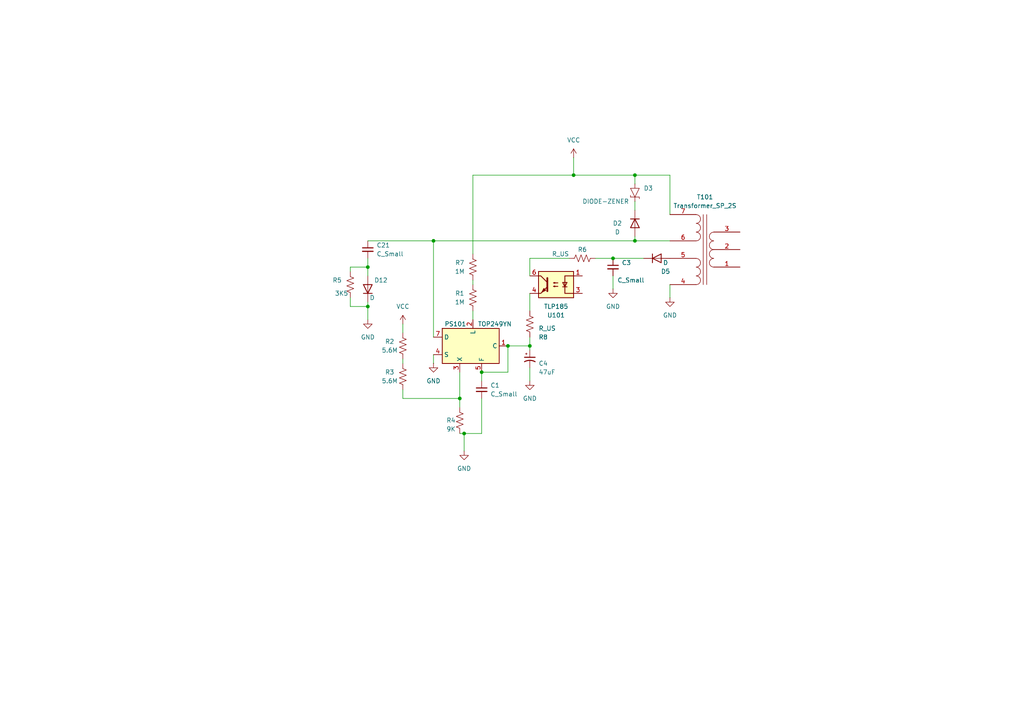
<source format=kicad_sch>
(kicad_sch (version 20231120) (generator "eeschema") (generator_version "8.0")
  (paper "A4")
  (lib_symbols
    (symbol "Device:C_Polarized_Small_US" (pin_numbers hide) (pin_names (offset 0.254) hide)
      (property "Reference" "C" (at 0.254 1.778 0))
      (property "Value" "C_Polarized_Small_US" (at 0.254 -2.032 0))
      (symbol "C_Polarized_Small_US_0_1"
        (polyline (pts (xy -1.524 0.508) (xy 1.524 0.508)) (stroke (width 0.3048)))
        (polyline (pts (xy -1.27 1.524) (xy -0.762 1.524)))
        (polyline (pts (xy -1.016 1.27) (xy -1.016 1.778)))
        (arc (start 1.524 -0.762) (mid 0 -0.3734) (end -1.524 -0.762) (stroke (width 0.3048)))
      )
      (symbol "C_Polarized_Small_US_1_1"
        (pin passive line (at 0 2.54 270) (length 2.032) (name "~") (number "1"))
        (pin passive line (at 0 -2.54 90) (length 2.032) (name "~") (number "2"))
      )
    )
    (symbol "Device:C_Small" (pin_numbers hide) (pin_names (offset 0.254) hide)
      (property "Reference" "C" (at 0.254 1.778 0))
      (property "Value" "C_Small" (at 0.254 -2.032 0))
      (symbol "C_Small_0_1"
        (polyline (pts (xy -1.524 -0.508) (xy 1.524 -0.508)) (stroke (width 0.3302)))
        (polyline (pts (xy -1.524 0.508) (xy 1.524 0.508)) (stroke (width 0.3048)))
      )
      (symbol "C_Small_1_1"
        (pin passive line (at 0 2.54 270) (length 2.032) (name "~") (number "1"))
        (pin passive line (at 0 -2.54 90) (length 2.032) (name "~") (number "2"))
      )
    )
    (symbol "Device:D" (pin_numbers hide) (pin_names (offset 1.016) hide)
      (property "Reference" "D" (at 0 2.54 0))
      (property "Value" "D" (at 0 -2.54 0))
      (symbol "D_0_1"
        (polyline (pts (xy -1.27 1.27) (xy -1.27 -1.27)) (stroke (width 0.254)))
        (polyline (pts (xy 1.27 0) (xy -1.27 0)))
        (polyline (pts (xy 1.27 1.27) (xy 1.27 -1.27) (xy -1.27 0) (xy 1.27 1.27)) (stroke (width 0.254)))
      )
      (symbol "D_1_1"
        (pin passive line (at -3.81 0 0) (length 2.54) (name "K") (number "1"))
        (pin passive line (at 3.81 0 180) (length 2.54) (name "A") (number "2"))
      )
    )
    (symbol "Device:R_US" (pin_numbers hide) (pin_names (offset 0))
      (property "Reference" "R" (at 2.54 0 90))
      (property "Value" "R_US" (at -2.54 0 90))
      (symbol "R_US_0_1"
        (polyline (pts (xy 0 -2.286) (xy 0 -2.54)))
        (polyline (pts (xy 0 2.286) (xy 0 2.54)))
        (polyline (pts (xy 0 -0.762) (xy 1.016 -1.143) (xy 0 -1.524) (xy -1.016 -1.905) (xy 0 -2.286)))
        (polyline (pts (xy 0 0.762) (xy 1.016 0.381) (xy 0 0) (xy -1.016 -0.381) (xy 0 -0.762)))
        (polyline (pts (xy 0 2.286) (xy 1.016 1.905) (xy 0 1.524) (xy -1.016 1.143) (xy 0 0.762)))
      )
      (symbol "R_US_1_1"
        (pin passive line (at 0 3.81 270) (length 1.27) (name "~") (number "1"))
        (pin passive line (at 0 -3.81 90) (length 1.27) (name "~") (number "2"))
      )
    )
    (symbol "Device:Transformer_SP_2S" (pin_names (offset 1.016) hide)
      (property "Reference" "T" (at 0 12.7 0))
      (property "Value" "Transformer_SP_2S" (at 0 -12.7 0))
      (symbol "Transformer_SP_2S_0_1"
        (arc (start -2.54 -5.0546) (mid -1.6599 -4.6901) (end -1.27 -3.81))
        (arc (start -2.54 -2.5146) (mid -1.6599 -2.1501) (end -1.27 -1.27))
        (arc (start -2.54 0.0254) (mid -1.6599 0.3899) (end -1.27 1.27))
        (arc (start -2.54 2.5654) (mid -1.6599 2.9299) (end -1.27 3.81))
        (arc (start -1.27 -3.81) (mid -1.642 -2.912) (end -2.54 -2.54))
        (arc (start -1.27 -1.27) (mid -1.642 -0.372) (end -2.54 0))
        (arc (start -1.27 1.27) (mid -1.642 2.168) (end -2.54 2.54))
        (arc (start -1.27 3.81) (mid -1.642 4.708) (end -2.54 5.08))
        (polyline (pts (xy -0.508 -10.16) (xy -0.508 10.16)))
        (polyline (pts (xy 0.508 10.16) (xy 0.508 -10.16)))
        (arc (start 1.2954 -8.89) (mid 1.6599 -9.7701) (end 2.54 -10.1346))
        (arc (start 1.2954 -6.35) (mid 1.6599 -7.2301) (end 2.54 -7.5946))
        (arc (start 1.2954 -3.81) (mid 1.6599 -4.6901) (end 2.54 -5.0546))
        (arc (start 1.2954 3.81) (mid 1.6599 2.9299) (end 2.54 2.5654))
        (arc (start 1.2954 6.35) (mid 1.6599 5.4699) (end 2.54 5.1054))
        (arc (start 1.2954 8.89) (mid 1.6599 8.0099) (end 2.54 7.6454))
        (arc (start 2.54 -7.62) (mid 1.642 -7.992) (end 1.2954 -8.89))
        (arc (start 2.54 -5.08) (mid 1.642 -5.452) (end 1.2954 -6.35))
        (arc (start 2.54 -2.54) (mid 1.642 -2.912) (end 1.2954 -3.81))
        (arc (start 2.54 5.08) (mid 1.642 4.708) (end 1.2954 3.81))
        (arc (start 2.54 7.62) (mid 1.642 7.248) (end 1.2954 6.35))
        (arc (start 2.54 10.16) (mid 1.642 9.788) (end 1.2954 8.89))
      )
      (symbol "Transformer_SP_2S_1_1"
        (pin passive line (at -10.16 5.08 0) (length 7.62) (name "IN+") (number "1"))
        (pin passive line (at -10.16 0 0) (length 7.62) (name "PM") (number "2"))
        (pin passive line (at -10.16 -5.08 0) (length 7.62) (name "IN-") (number "3"))
        (pin passive line (at 10.16 10.16 180) (length 7.62) (name "OUT1A") (number "4"))
        (pin passive line (at 10.16 2.54 180) (length 7.62) (name "OUT1B") (number "5"))
        (pin passive line (at 10.16 -2.54 180) (length 7.62) (name "OUT2A") (number "6"))
        (pin passive line (at 10.16 -10.16 180) (length 7.62) (name "OUT2B") (number "7"))
      )
    )
    (symbol "Isolator:TLP185"
      (property "Reference" "U" (at -5.08 5.08 0))
      (property "Value" "TLP185" (at -5.08 -5.08 0))
      (symbol "TLP185_0_1"
        (rectangle (start -5.08 3.81) (end 5.08 -3.81) (stroke (width 0.254)) (fill (type background)))
        (polyline (pts (xy -3.175 -0.635) (xy -1.905 -0.635)) (stroke (width 0.254)))
        (polyline (pts (xy 2.54 1.905) (xy 2.54 -1.905) (xy 2.54 -1.905)) (stroke (width 0.508)))
        (polyline (pts (xy 5.08 -2.54) (xy 4.445 -2.54) (xy 2.54 -0.635)) (stroke (width 0.254)))
        (polyline (pts (xy 5.08 2.54) (xy 4.445 2.54) (xy 2.54 0.635)) (stroke (width 0.254)))
        (polyline (pts (xy -5.08 -2.54) (xy -2.54 -2.54) (xy -2.54 2.54) (xy -5.08 2.54)) (stroke (width 0.254)))
        (polyline (pts (xy -2.54 -0.635) (xy -3.175 0.635) (xy -1.905 0.635) (xy -2.54 -0.635)) (stroke (width 0.254)))
        (polyline (pts (xy -0.508 -0.508) (xy 0.762 -0.508) (xy 0.381 -0.635) (xy 0.381 -0.381) (xy 0.762 -0.508)) (stroke (width 0.254)))
        (polyline (pts (xy -0.508 0.508) (xy 0.762 0.508) (xy 0.381 0.381) (xy 0.381 0.635) (xy 0.762 0.508)) (stroke (width 0.254)))
        (polyline (pts (xy 3.048 -1.651) (xy 3.556 -1.143) (xy 4.064 -2.159) (xy 3.048 -1.651) (xy 3.048 -1.651)) (stroke (width 0.254)) (fill (type outline)))
      )
      (symbol "TLP185_1_1"
        (pin passive line (at -7.62 2.54 0) (length 2.54) (name "~") (number "1"))
        (pin passive line (at -7.62 -2.54 0) (length 2.54) (name "~") (number "3"))
        (pin passive line (at 7.62 -2.54 180) (length 2.54) (name "~") (number "4"))
        (pin passive line (at 7.62 2.54 180) (length 2.54) (name "~") (number "6"))
      )
    )
    (symbol "Local_symbols:TOP249YN"
      (property "Reference" "PS" (at 2.54 10.16 0))
      (property "Value" "TOP249YN" (at 2.54 7.62 0))
      (symbol "TOP249YN_1_1"
        (rectangle (start -8.89 5.08) (end 7.62 -5.08) (stroke (width 0.254)) (fill (type background)))
        (pin passive line (at 10.16 0 180) (length 2.54) (name "C") (number "1"))
        (pin passive line (at 0 7.62 270) (length 2.54) (name "L") (number "2"))
        (pin passive line (at -3.81 -7.62 90) (length 2.54) (name "X") (number "3"))
        (pin passive line (at -11.43 -2.54 0) (length 2.54) (name "S") (number "4"))
        (pin passive line (at 2.54 -7.62 90) (length 2.54) (name "F") (number "5"))
        (pin passive line (at -11.43 2.54 0) (length 2.54) (name "D") (number "7"))
      )
    )
    (symbol "SparkFun-DiscreteSemi:DIODE-ZENER" (pin_numbers hide) (pin_names (offset 1.016) hide)
      (property "Reference" "D" (at 2.54 0.4826 0))
      (property "Value" "DIODE-ZENER" (at 2.54 -2.3114 0))
      (symbol "DIODE-ZENER_1_0"
        (polyline (pts (xy -2.54 0) (xy -1.27 0)))
        (polyline (pts (xy -1.27 -1.27) (xy 1.27 0)))
        (polyline (pts (xy -1.27 0) (xy -1.27 -1.27)))
        (polyline (pts (xy -1.27 1.27) (xy -1.27 0)))
        (polyline (pts (xy 1.27 -1.27) (xy 0.762 -1.27)))
        (polyline (pts (xy 1.27 0) (xy -1.27 1.27)))
        (polyline (pts (xy 1.27 0) (xy 1.27 -1.27)))
        (polyline (pts (xy 1.27 1.27) (xy 1.27 0)))
        (polyline (pts (xy 1.27 1.27) (xy 1.778 1.27)))
        (polyline (pts (xy 2.54 0) (xy 1.27 0)))
      )
      (symbol "DIODE-ZENER_1_1"
        (pin passive line (at -2.54 0 0) (length 0) (name "A") (number "A"))
        (pin passive line (at 2.54 0 180) (length 0) (name "C") (number "C"))
      )
    )
    (symbol "power:GND" (power) (pin_numbers hide) (pin_names (offset 0) hide)
      (property "Value" "GND" (at 0 -3.81 0))
      (symbol "GND_0_1"
        (polyline (pts (xy 0 0) (xy 0 -1.27) (xy 1.27 -1.27) (xy 0 -2.54) (xy -1.27 -1.27) (xy 0 -1.27)))
      )
      (symbol "GND_1_1"
        (pin power_in line (at 0 0 270) (length 0) (name "~") (number "1"))
      )
    )
    (symbol "power:VCC" (power) (pin_numbers hide) (pin_names (offset 0) hide)
      (property "Value" "VCC" (at 0 3.556 0))
      (symbol "VCC_0_1"
        (polyline (pts (xy -0.762 1.27) (xy 0 2.54)))
        (polyline (pts (xy 0 0) (xy 0 2.54)))
        (polyline (pts (xy 0 2.54) (xy 0.762 1.27)))
      )
      (symbol "VCC_1_1"
        (pin power_in line (at 0 0 90) (length 0) (name "~") (number "1"))
      )
    )
  )
  (junction (at 184.15 50.8))
  (junction (at 133.35 115.57))
  (junction (at 153.67 100.33))
  (junction (at 106.68 88.9))
  (junction (at 139.7 107.95))
  (junction (at 147.32 100.33))
  (junction (at 134.62 125.73))
  (junction (at 177.8 74.93))
  (junction (at 184.15 69.85))
  (junction (at 125.73 69.85))
  (junction (at 166.37 50.8))
  (junction (at 106.68 77.47))
  (wire (pts (xy 166.37 50.8) (xy 184.15 50.8)))
  (wire (pts (xy 106.68 74.93) (xy 106.68 77.47)))
  (wire (pts (xy 139.7 107.95) (xy 147.32 107.95)))
  (wire (pts (xy 172.72 74.93) (xy 177.8 74.93)))
  (wire (pts (xy 133.35 125.73) (xy 134.62 125.73)))
  (wire (pts (xy 139.7 125.73) (xy 139.7 115.57)))
  (wire (pts (xy 166.37 45.72) (xy 166.37 50.8)))
  (wire (pts (xy 106.68 92.71) (xy 106.68 88.9)))
  (wire (pts (xy 133.35 107.95) (xy 133.35 115.57)))
  (wire (pts (xy 106.68 88.9) (xy 106.68 87.63)))
  (wire (pts (xy 177.8 74.93) (xy 186.69 74.93)))
  (wire (pts (xy 194.31 82.55) (xy 194.31 86.36)))
  (wire (pts (xy 153.67 97.79) (xy 153.67 100.33)))
  (wire (pts (xy 101.6 77.47) (xy 101.6 78.74)))
  (wire (pts (xy 125.73 69.85) (xy 184.15 69.85)))
  (wire (pts (xy 194.31 50.8) (xy 194.31 62.23)))
  (wire (pts (xy 153.67 74.93) (xy 165.1 74.93)))
  (wire (pts (xy 101.6 86.36) (xy 101.6 88.9)))
  (wire (pts (xy 116.84 115.57) (xy 133.35 115.57)))
  (wire (pts (xy 147.32 100.33) (xy 153.67 100.33)))
  (wire (pts (xy 137.16 81.28) (xy 137.16 82.55)))
  (wire (pts (xy 116.84 104.14) (xy 116.84 105.41)))
  (wire (pts (xy 137.16 90.17) (xy 137.16 92.71)))
  (wire (pts (xy 139.7 107.95) (xy 139.7 110.49)))
  (wire (pts (xy 153.67 100.33) (xy 153.67 101.6)))
  (wire (pts (xy 184.15 58.42) (xy 184.15 60.96)))
  (wire (pts (xy 184.15 69.85) (xy 194.31 69.85)))
  (wire (pts (xy 106.68 69.85) (xy 125.73 69.85)))
  (wire (pts (xy 116.84 93.98) (xy 116.84 96.52)))
  (wire (pts (xy 153.67 106.68) (xy 153.67 110.49)))
  (wire (pts (xy 116.84 113.03) (xy 116.84 115.57)))
  (wire (pts (xy 133.35 115.57) (xy 133.35 118.11)))
  (wire (pts (xy 147.32 100.33) (xy 147.32 107.95)))
  (wire (pts (xy 125.73 102.87) (xy 125.73 105.41)))
  (wire (pts (xy 137.16 50.8) (xy 166.37 50.8)))
  (wire (pts (xy 134.62 125.73) (xy 139.7 125.73)))
  (wire (pts (xy 134.62 130.81) (xy 134.62 125.73)))
  (wire (pts (xy 177.8 80.01) (xy 177.8 83.82)))
  (wire (pts (xy 153.67 80.01) (xy 153.67 74.93)))
  (wire (pts (xy 184.15 68.58) (xy 184.15 69.85)))
  (wire (pts (xy 106.68 77.47) (xy 106.68 80.01)))
  (wire (pts (xy 101.6 88.9) (xy 106.68 88.9)))
  (wire (pts (xy 137.16 73.66) (xy 137.16 50.8)))
  (wire (pts (xy 125.73 97.79) (xy 125.73 69.85)))
  (wire (pts (xy 153.67 85.09) (xy 153.67 90.17)))
  (wire (pts (xy 184.15 50.8) (xy 184.15 53.34)))
  (wire (pts (xy 101.6 77.47) (xy 106.68 77.47)))
  (wire (pts (xy 184.15 50.8) (xy 194.31 50.8)))
  (symbol (lib_id "Device:R_US") (at 168.91 74.93 270) (unit 1)
    (property "Reference" "R6" (at 168.91 72.39 90))
    (property "Value" "R_US" (at 162.56 73.66 90))
    (property "Description" "Resistor, US symbol" (effects (hide yes)))
  )
  (symbol (lib_id "Device:D") (at 190.5 74.93 0) (unit 1)
    (property "Reference" "D5" (at 193.04 78.74 0))
    (property "Value" "D" (at 193.04 76.2 0))
    (property "Description" "Diode" (effects (hide yes)))
    (property "Sim.Device" "D" (effects (hide yes)))
    (property "Sim.Pins" "1=K 2=A" (effects (hide yes)))
  )
  (symbol (lib_id "power:VCC") (at 116.84 93.98 0) (unit 1)
    (property "Reference" "#PWR0107" (effects (hide yes)))
    (property "Value" "VCC" (at 116.84 88.9 0))
    (property "Description" "Power symbol creates a global label with name \"VCC\"" (effects (hide yes)))
  )
  (symbol (lib_id "Device:R_US") (at 116.84 109.22 0) (unit 1)
    (property "Reference" "R3" (at 113.03 107.95 0))
    (property "Value" "5.6M" (at 113.03 110.49 0))
    (property "Description" "Resistor, US symbol" (effects (hide yes)))
  )
  (symbol (lib_id "Device:Transformer_SP_2S") (at 204.47 72.39 180) (unit 1)
    (property "Reference" "T101" (at 204.47 57.15 0))
    (property "Value" "Transformer_SP_2S" (at 204.47 59.69 0))
    (property "Description" "Transformer, split primary, dual secondary" (effects (hide yes)))
  )
  (symbol (lib_id "Device:R_US") (at 137.16 86.36 0) (unit 1)
    (property "Reference" "R1" (at 133.35 85.09 0))
    (property "Value" "1M" (at 133.35 87.63 0))
    (property "Description" "Resistor, US symbol" (effects (hide yes)))
  )
  (symbol (lib_id "Device:C_Small") (at 106.68 72.39 0) (unit 1)
    (property "Reference" "C21" (at 109.22 71.1262 0) (effects (justify left)))
    (property "Value" "C_Small" (at 109.22 73.6662 0) (effects (justify left)))
    (property "Description" "Unpolarized capacitor, small symbol" (effects (hide yes)))
  )
  (symbol (lib_id "Isolator:TLP185") (at 161.29 82.55 0) (mirror y) (unit 1)
    (property "Reference" "U101" (at 161.29 91.44 0))
    (property "Value" "TLP185" (at 161.29 88.9 0))
    (property "Footprint" "Package_SO:SOIC-4_4.55x3.7mm_P2.54mm" (effects (hide yes)))
    (property "Datasheet" "https://toshiba.semicon-storage.com/info/docget.jsp?did=11791&prodName=TLP185" (effects (hide yes)))
    (property "Description" "DC Optocoupler, Vce 80V, CTR 50-100%, MFSOP6" (effects (hide yes)))
  )
  (symbol (lib_id "power:VCC") (at 166.37 45.72 0) (unit 1)
    (property "Reference" "#PWR0104" (effects (hide yes)))
    (property "Value" "VCC" (at 166.37 40.64 0))
    (property "Description" "Power symbol creates a global label with name \"VCC\"" (effects (hide yes)))
  )
  (symbol (lib_id "SparkFun-DiscreteSemi:DIODE-ZENER") (at 184.15 55.88 270) (unit 1)
    (property "Reference" "D3" (at 186.69 54.6099 90) (effects (justify left)))
    (property "Value" "DIODE-ZENER" (at 168.91 58.42 90) (effects (justify left)))
    (property "Footprint" "DIODE-BZT52" (effects (hide yes)))
  )
  (symbol (lib_id "Device:C_Polarized_Small_US") (at 153.67 104.14 0) (unit 1)
    (property "Reference" "C4" (at 156.21 105.41 0) (effects (justify left)))
    (property "Value" "47uF" (at 156.21 107.95 0) (effects (justify left)))
    (property "Description" "Polarized capacitor, small US symbol" (effects (hide yes)))
  )
  (symbol (lib_id "power:GND") (at 134.62 130.81 0) (unit 1)
    (property "Reference" "#PWR0108" (effects (hide yes)))
    (property "Value" "GND" (at 134.62 135.89 0))
    (property "Description" "Power symbol creates a global label with name \"GND\" , ground" (effects (hide yes)))
  )
  (symbol (lib_id "Device:D") (at 106.68 83.82 90) (unit 1)
    (property "Reference" "D12" (at 110.49 81.28 90))
    (property "Value" "D" (at 107.95 86.36 90))
    (property "Description" "Diode" (effects (hide yes)))
    (property "Sim.Device" "D" (effects (hide yes)))
    (property "Sim.Pins" "1=K 2=A" (effects (hide yes)))
  )
  (symbol (lib_id "Device:R_US") (at 116.84 100.33 0) (unit 1)
    (property "Reference" "R2" (at 113.03 99.06 0))
    (property "Value" "5.6M" (at 113.03 101.6 0))
    (property "Description" "Resistor, US symbol" (effects (hide yes)))
  )
  (symbol (lib_id "power:GND") (at 125.73 105.41 0) (unit 1)
    (property "Reference" "#PWR0106" (effects (hide yes)))
    (property "Value" "GND" (at 125.73 110.49 0))
    (property "Description" "Power symbol creates a global label with name \"GND\" , ground" (effects (hide yes)))
  )
  (symbol (lib_id "Device:R_US") (at 133.35 121.92 0) (unit 1)
    (property "Reference" "R4" (at 130.81 121.92 0))
    (property "Value" "9K" (at 130.81 124.46 0))
    (property "Description" "Resistor, US symbol" (effects (hide yes)))
  )
  (symbol (lib_id "power:GND") (at 177.8 83.82 0) (unit 1)
    (property "Reference" "#PWR0101" (effects (hide yes)))
    (property "Value" "GND" (at 177.8 88.9 0))
    (property "Description" "Power symbol creates a global label with name \"GND\" , ground" (effects (hide yes)))
  )
  (symbol (lib_id "Device:R_US") (at 137.16 77.47 0) (unit 1)
    (property "Reference" "R7" (at 133.35 76.2 0))
    (property "Value" "1M" (at 133.35 78.74 0))
    (property "Description" "Resistor, US symbol" (effects (hide yes)))
  )
  (symbol (lib_id "Local_symbols:TOP249YN") (at 137.16 100.33 0) (unit 1)
    (property "Reference" "PS101" (at 132.08 93.98 0))
    (property "Value" "TOP249YN" (at 143.51 93.98 0))
    (property "Footprint" "TOP249YN" (effects (hide yes)))
    (property "Datasheet" "https://www.power.com/sites/default/files/product-docs/top242.250.pdf" (effects (hide yes)))
    (property "Description" "Power Integrations TOP249YN, AC-DC Converter 6-Pin, TO-220" (effects (hide yes)))
    (property "Height" "17.22" (effects (hide yes)))
    (property "Mouser Part Number" "869-TOP249YN" (effects (hide yes)))
    (property "Mouser Price/Stock" "https://www.mouser.co.uk/ProductDetail/Power-Integrations/TOP249YN?qs=ulE8k0yEMYa9hxpa6dExag%3D%3D" (effects (hide yes)))
    (property "Manufacturer_Name" "Power Integrations" (effects (hide yes)))
    (property "Manufacturer_Part_Number" "TOP249YN" (effects (hide yes)))
  )
  (symbol (lib_id "Device:R_US") (at 101.6 82.55 0) (unit 1)
    (property "Reference" "R5" (at 97.79 81.28 0))
    (property "Value" "3K5" (at 99.06 85.09 0))
    (property "Description" "Resistor, US symbol" (effects (hide yes)))
  )
  (symbol (lib_id "Device:D") (at 184.15 64.77 270) (unit 1)
    (property "Reference" "D2" (at 179.07 64.77 90))
    (property "Value" "D" (at 179.07 67.31 90))
    (property "Description" "Diode" (effects (hide yes)))
    (property "Sim.Device" "D" (effects (hide yes)))
    (property "Sim.Pins" "1=K 2=A" (effects (hide yes)))
  )
  (symbol (lib_id "Device:C_Small") (at 139.7 113.03 0) (unit 1)
    (property "Reference" "C1" (at 142.24 111.7662 0) (effects (justify left)))
    (property "Value" "C_Small" (at 142.24 114.3062 0) (effects (justify left)))
    (property "Description" "Unpolarized capacitor, small symbol" (effects (hide yes)))
  )
  (symbol (lib_id "Device:C_Small") (at 177.8 77.47 0) (unit 1)
    (property "Reference" "C3" (at 180.34 76.2062 0) (effects (justify left)))
    (property "Value" "C_Small" (at 179.07 81.28 0) (effects (justify left)))
    (property "Description" "Unpolarized capacitor, small symbol" (effects (hide yes)))
  )
  (symbol (lib_id "power:GND") (at 194.31 86.36 0) (unit 1)
    (property "Reference" "#PWR0103" (effects (hide yes)))
    (property "Value" "GND" (at 194.31 91.44 0))
    (property "Description" "Power symbol creates a global label with name \"GND\" , ground" (effects (hide yes)))
  )
  (symbol (lib_id "Device:R_US") (at 153.67 93.98 180) (unit 1)
    (property "Reference" "R8" (at 156.21 97.79 0) (effects (justify right)))
    (property "Value" "R_US" (at 156.21 95.2499 0) (effects (justify right)))
    (property "Description" "Resistor, US symbol" (effects (hide yes)))
  )
  (symbol (lib_id "power:GND") (at 153.67 110.49 0) (unit 1)
    (property "Reference" "#PWR0102" (effects (hide yes)))
    (property "Value" "GND" (at 153.67 115.57 0))
    (property "Description" "Power symbol creates a global label with name \"GND\" , ground" (effects (hide yes)))
  )
  (symbol (lib_id "power:GND") (at 106.68 92.71 0) (unit 1)
    (property "Reference" "#PWR0105" (effects (hide yes)))
    (property "Value" "GND" (at 106.68 97.79 0))
    (property "Description" "Power symbol creates a global label with name \"GND\" , ground" (effects (hide yes)))
  )
)
</source>
